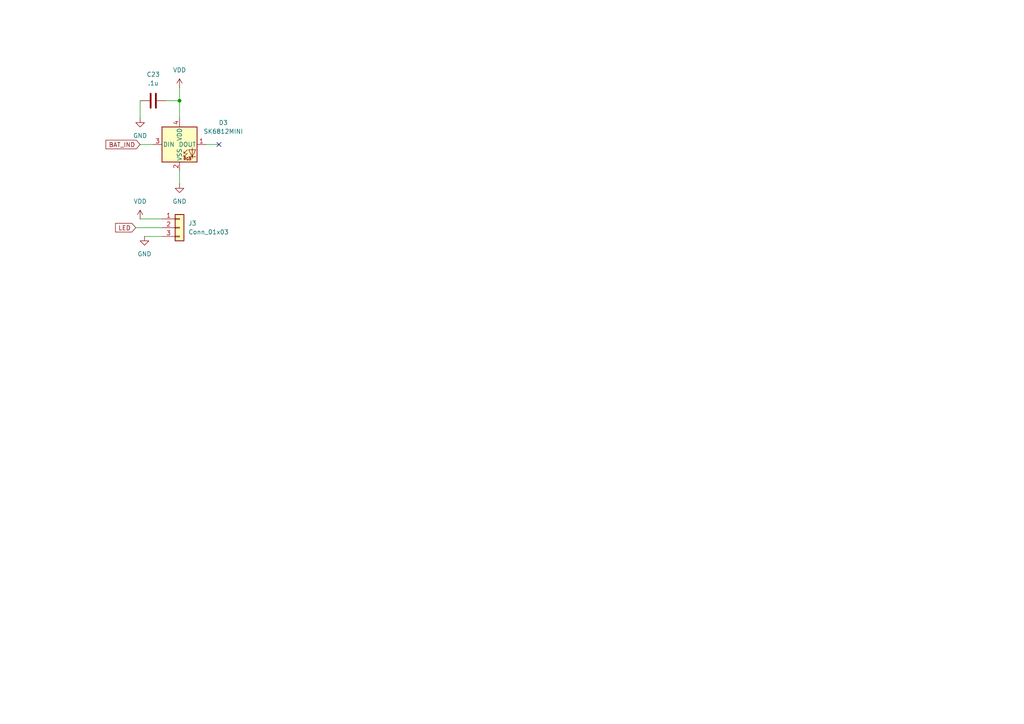
<source format=kicad_sch>
(kicad_sch (version 20250114) (generator "eeschema") (generator_version "9.0")
  (paper "A4")
  (lib_symbols
    (symbol "Connector_Generic:Conn_01x03" (pin_names (offset 1.016) (hide yes))
      (property "Reference" "J" (at 0 5.08 0))
      (property "Value" "Conn_01x03" (at 0 -5.08 0))
      (symbol "Conn_01x03_1_1"
        (rectangle (start -1.27 3.81) (end 1.27 -3.81) (stroke (width 0.254)) (fill (type background)))
        (rectangle (start -1.27 2.667) (end 0 2.413) (stroke (width 0.1524)))
        (rectangle (start -1.27 0.127) (end 0 -0.127) (stroke (width 0.1524)))
        (rectangle (start -1.27 -2.413) (end 0 -2.667) (stroke (width 0.1524)))
        (pin passive line (at -5.08 2.54 0) (length 3.81) (name "Pin_1") (number "1"))
        (pin passive line (at -5.08 0 0) (length 3.81) (name "Pin_2") (number "2"))
        (pin passive line (at -5.08 -2.54 0) (length 3.81) (name "Pin_3") (number "3"))
      )
    )
    (symbol "Device:C" (pin_numbers (hide yes)) (pin_names (offset 0.254))
      (property "Reference" "C" (at 0.635 2.54 0))
      (property "Value" "C" (at 0.635 -2.54 0))
      (symbol "C_0_1"
        (polyline (pts (xy -2.032 0.762) (xy 2.032 0.762)) (stroke (width 0.508)))
        (polyline (pts (xy -2.032 -0.762) (xy 2.032 -0.762)) (stroke (width 0.508)))
      )
      (symbol "C_1_1"
        (pin passive line (at 0 3.81 270) (length 2.794) (name "~") (number "1"))
        (pin passive line (at 0 -3.81 90) (length 2.794) (name "~") (number "2"))
      )
    )
    (symbol "LED:SK6812MINI" (pin_names (offset 0.254))
      (property "Reference" "D" (at 5.08 5.715 0))
      (property "Value" "SK6812MINI" (at 1.27 -5.715 0))
      (symbol "SK6812MINI_0_0"
        (text "RGB" (at 2.286 -4.191 0) (effects (font (size 0.762 0.762))))
      )
      (symbol "SK6812MINI_0_1"
        (polyline (pts (xy 1.27 -2.54) (xy 1.778 -2.54)))
        (polyline (pts (xy 1.27 -3.556) (xy 1.778 -3.556)))
        (polyline (pts (xy 2.286 -1.524) (xy 1.27 -2.54) (xy 1.27 -2.032)))
        (polyline (pts (xy 2.286 -2.54) (xy 1.27 -3.556) (xy 1.27 -3.048)))
        (polyline (pts (xy 3.683 -1.016) (xy 3.683 -3.556) (xy 3.683 -4.064)))
        (polyline (pts (xy 4.699 -1.524) (xy 2.667 -1.524) (xy 3.683 -3.556) (xy 4.699 -1.524)))
        (polyline (pts (xy 4.699 -3.556) (xy 2.667 -3.556)))
        (rectangle (start 5.08 5.08) (end -5.08 -5.08) (stroke (width 0.254)) (fill (type background)))
      )
      (symbol "SK6812MINI_1_1"
        (pin input line (at -7.62 0 0) (length 2.54) (name "DIN") (number "3"))
        (pin power_in line (at 0 7.62 270) (length 2.54) (name "VDD") (number "4"))
        (pin power_in line (at 0 -7.62 90) (length 2.54) (name "VSS") (number "2"))
        (pin output line (at 7.62 0 180) (length 2.54) (name "DOUT") (number "1"))
      )
    )
    (symbol "power:GND" (power) (pin_numbers (hide yes)) (pin_names (offset 0) (hide yes))
      (property "Value" "GND" (at 0 -3.81 0))
      (symbol "GND_0_1"
        (polyline (pts (xy 0 0) (xy 0 -1.27) (xy 1.27 -1.27) (xy 0 -2.54) (xy -1.27 -1.27) (xy 0 -1.27)))
      )
      (symbol "GND_1_1"
        (pin power_in line (at 0 0 270) (length 0) (name "~") (number "1"))
      )
    )
    (symbol "power:VDD" (power) (pin_numbers (hide yes)) (pin_names (offset 0) (hide yes))
      (property "Value" "VDD" (at 0 3.556 0))
      (symbol "VDD_0_1"
        (polyline (pts (xy -0.762 1.27) (xy 0 2.54)))
        (polyline (pts (xy 0 2.54) (xy 0.762 1.27)))
        (polyline (pts (xy 0 0) (xy 0 2.54)))
      )
      (symbol "VDD_1_1"
        (pin power_in line (at 0 0 90) (length 0) (name "~") (number "1"))
      )
    )
  )
  (junction (at 52.07 29.21))
  (no_connect (at 63.5 41.91))
  (wire (pts (xy 52.07 29.21) (xy 52.07 34.29)))
  (wire (pts (xy 41.91 68.58) (xy 46.99 68.58)))
  (wire (pts (xy 39.37 66.04) (xy 46.99 66.04)))
  (wire (pts (xy 52.07 25.4) (xy 52.07 29.21)))
  (wire (pts (xy 48.26 29.21) (xy 52.07 29.21)))
  (wire (pts (xy 40.64 34.29) (xy 40.64 29.21)))
  (wire (pts (xy 40.64 63.5) (xy 46.99 63.5)))
  (wire (pts (xy 40.64 41.91) (xy 44.45 41.91)))
  (wire (pts (xy 63.5 41.91) (xy 59.69 41.91)))
  (wire (pts (xy 52.07 53.34) (xy 52.07 49.53)))
  (global_label "LED" (shape input) (at 39.37 66.04 180) (property "Intersheetrefs" "${INTERSHEET_REFS}" (effects (hide yes))))
  (global_label "BAT_IND" (shape input) (at 40.64 41.91 180) (property "Intersheetrefs" "${INTERSHEET_REFS}" (effects (hide yes))))
  (symbol (lib_id "LED:SK6812MINI") (at 52.07 41.91 0) (unit 1)
    (property "Reference" "D3" (at 64.77 35.5914 0))
    (property "Value" "SK6812MINI" (at 64.77 38.1314 0))
    (property "Footprint" "LED_SMD:LED_SK6812MINI_PLCC4_3.5x3.5mm_P1.75mm" (effects (hide yes)))
    (property "Datasheet" "https://cdn-shop.adafruit.com/product-files/2686/SK6812MINI_REV.01-1-2.pdf" (effects (hide yes)))
    (property "Description" "RGB LED with integrated controller" (effects (hide yes)))
    (property "LCSC PN" "C7423117" (effects (hide yes)))
    (property "MPN" "C7423117" (effects (hide yes)))
  )
  (symbol (lib_id "Device:C") (at 44.45 29.21 90) (unit 1)
    (property "Reference" "C23" (at 44.45 21.59 90))
    (property "Value" ".1u" (at 44.45 24.13 90))
    (property "Footprint" "Capacitor_SMD:C_0402_1005Metric" (effects (hide yes)))
    (property "Description" "Unpolarized capacitor" (effects (hide yes)))
    (property "LCSC PN" "C77020" (effects (hide yes)))
    (property "MPN" "C77020" (effects (hide yes)))
  )
  (symbol (lib_id "power:VDD") (at 52.07 25.4 0) (unit 1)
    (property "Reference" "#PWR030" (effects (hide yes)))
    (property "Value" "VDD" (at 52.07 20.32 0))
    (property "Description" "Power symbol creates a global label with name \"VDD\"" (effects (hide yes)))
  )
  (symbol (lib_id "Connector_Generic:Conn_01x03") (at 52.07 66.04 0) (unit 1)
    (property "Reference" "J3" (at 54.61 64.7699 0) (effects (justify left)))
    (property "Value" "Conn_01x03" (at 54.61 67.3099 0) (effects (justify left)))
    (property "Footprint" "Connector_PinHeader_2.54mm:PinHeader_1x03_P2.54mm_Horizontal" (effects (hide yes)))
    (property "Description" "Generic connector, single row, 01x03, script generated (kicad-library-utils/schlib/autogen/connector/)" (effects (hide yes)))
    (property "MPN" "C92159" (effects (hide yes)))
    (property "LCSC PN" "C92159" (effects (hide yes)))
  )
  (symbol (lib_id "power:GND") (at 41.91 68.58 0) (unit 1)
    (property "Reference" "#PWR047" (effects (hide yes)))
    (property "Value" "GND" (at 41.91 73.66 0))
    (property "Description" "Power symbol creates a global label with name \"GND\" , ground" (effects (hide yes)))
  )
  (symbol (lib_id "power:GND") (at 52.07 53.34 0) (unit 1)
    (property "Reference" "#PWR045" (effects (hide yes)))
    (property "Value" "GND" (at 52.07 58.42 0))
    (property "Description" "Power symbol creates a global label with name \"GND\" , ground" (effects (hide yes)))
  )
  (symbol (lib_id "power:GND") (at 40.64 34.29 0) (unit 1)
    (property "Reference" "#PWR079" (effects (hide yes)))
    (property "Value" "GND" (at 40.64 39.37 0))
    (property "Description" "Power symbol creates a global label with name \"GND\" , ground" (effects (hide yes)))
  )
  (symbol (lib_id "power:VDD") (at 40.64 63.5 0) (unit 1)
    (property "Reference" "#PWR046" (effects (hide yes)))
    (property "Value" "VDD" (at 40.64 58.42 0))
    (property "Description" "Power symbol creates a global label with name \"VDD\"" (effects (hide yes)))
  )
)
</source>
